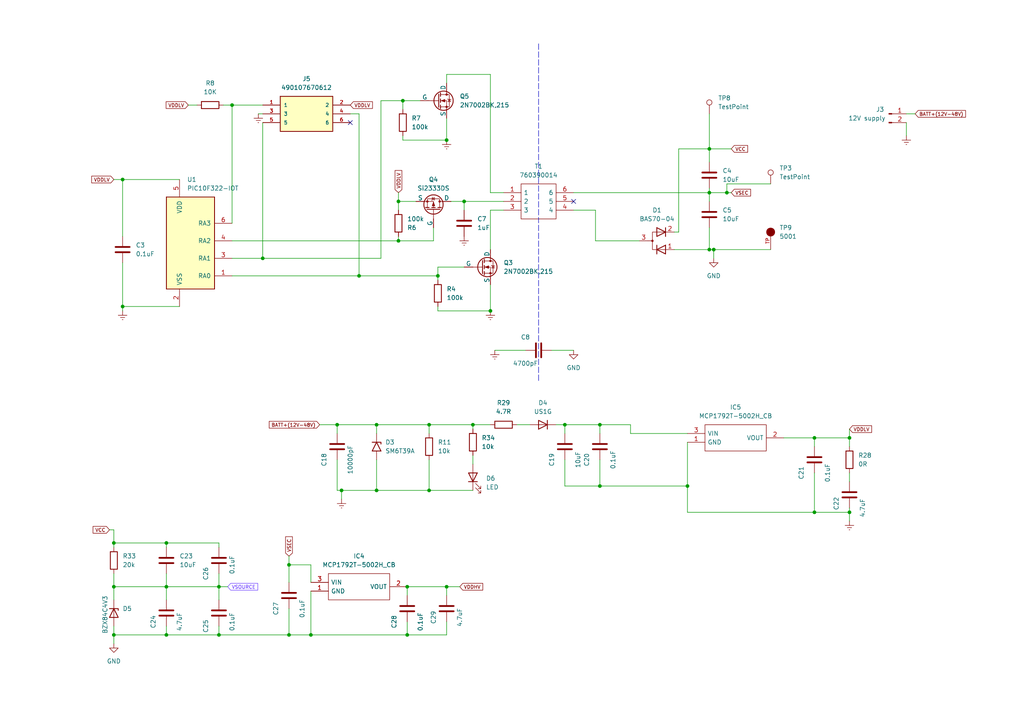
<source format=kicad_sch>
(kicad_sch (version 20230121) (generator eeschema)
  (paper "A4")
  (lib_symbols
    (symbol "490107670612:490107670612" (pin_names (offset 1.016))
      (property "Reference" "J" (at -7.62 6.35 0))
      (property "Value" "490107670612" (at -7.62 -7.62 0))
      (symbol "490107670612_0_0"
        (rectangle (start -7.62 -5.08) (end 7.62 5.08) (stroke (width 0.254)) (fill (type background)))
        (pin passive line (at -12.7 2.54 0) (length 5.08) (name "1") (number "1"))
        (pin passive line (at 12.7 2.54 180) (length 5.08) (name "2") (number "2"))
        (pin passive line (at -12.7 0 0) (length 5.08) (name "3") (number "3"))
        (pin passive line (at 12.7 0 180) (length 5.08) (name "4") (number "4"))
        (pin passive line (at -12.7 -2.54 0) (length 5.08) (name "5") (number "5"))
        (pin passive line (at 12.7 -2.54 180) (length 5.08) (name "6") (number "6"))
      )
    )
    (symbol "5001:5001" (pin_names (offset 1.016))
      (property "Reference" "TP" (at -2.5444 2.5415 0))
      (property "Value" "5001" (at -2.55 -5.0866 0))
      (symbol "5001_0_0"
        (circle (center 0 0) (radius 0.635) (stroke (width 1.27)))
        (pin passive line (at -5.08 0 0) (length 5.08) (name "~") (number "TP"))
      )
    )
    (symbol "760390014:760390014" (pin_names (offset 0.762))
      (property "Reference" "T" (at 16.51 7.62 0))
      (property "Value" "760390014" (at 16.51 5.08 0))
      (symbol "760390014_0_0"
        (pin passive line (at 0 0 0) (length 5.08) (name "1") (number "1"))
        (pin passive line (at 0 -2.54 0) (length 5.08) (name "2") (number "2"))
        (pin passive line (at 0 -5.08 0) (length 5.08) (name "3") (number "3"))
        (pin passive line (at 20.32 -5.08 180) (length 5.08) (name "4") (number "4"))
        (pin passive line (at 20.32 -2.54 180) (length 5.08) (name "5") (number "5"))
        (pin passive line (at 20.32 0 180) (length 5.08) (name "6") (number "6"))
      )
      (symbol "760390014_0_1"
        (polyline (pts (xy 5.08 2.54) (xy 15.24 2.54) (xy 15.24 -7.62) (xy 5.08 -7.62) (xy 5.08 2.54)) (stroke (width 0.1524)))
      )
    )
    (symbol "Connector:Conn_01x02_Pin" (pin_names (offset 1.016) hide)
      (property "Reference" "J" (at 0 2.54 0))
      (property "Value" "Conn_01x02_Pin" (at 0 -5.08 0))
      (symbol "Conn_01x02_Pin_1_1"
        (polyline (pts (xy 1.27 -2.54) (xy 0.8636 -2.54)) (stroke (width 0.1524)))
        (polyline (pts (xy 1.27 0) (xy 0.8636 0)) (stroke (width 0.1524)))
        (rectangle (start 0.8636 -2.413) (end 0 -2.667) (stroke (width 0.1524)) (fill (type outline)))
        (rectangle (start 0.8636 0.127) (end 0 -0.127) (stroke (width 0.1524)) (fill (type outline)))
        (pin passive line (at 5.08 0 180) (length 3.81) (name "Pin_1") (number "1"))
        (pin passive line (at 5.08 -2.54 180) (length 3.81) (name "Pin_2") (number "2"))
      )
    )
    (symbol "Connector:TestPoint" (pin_numbers hide) (pin_names (offset 0.762) hide)
      (property "Reference" "TP" (at 0 6.858 0))
      (property "Value" "TestPoint" (at 0 5.08 0))
      (symbol "TestPoint_0_1"
        (circle (center 0 3.302) (radius 0.762))
      )
      (symbol "TestPoint_1_1"
        (pin passive line (at 0 0 90) (length 2.54) (name "1") (number "1"))
      )
    )
    (symbol "Device:C" (pin_numbers hide) (pin_names (offset 0.254))
      (property "Reference" "C" (at 0.635 2.54 0))
      (property "Value" "C" (at 0.635 -2.54 0))
      (symbol "C_0_1"
        (polyline (pts (xy -2.032 -0.762) (xy 2.032 -0.762)) (stroke (width 0.508)))
        (polyline (pts (xy -2.032 0.762) (xy 2.032 0.762)) (stroke (width 0.508)))
      )
      (symbol "C_1_1"
        (pin passive line (at 0 3.81 270) (length 2.794) (name "~") (number "1"))
        (pin passive line (at 0 -3.81 90) (length 2.794) (name "~") (number "2"))
      )
    )
    (symbol "Device:D_Dual_Series_ACK_Parallel" (pin_names (offset 0.762) hide)
      (property "Reference" "D1" (at 0.0635 8.89 0))
      (property "Value" "BAS70-04" (at 0.0635 6.35 0))
      (symbol "D_Dual_Series_ACK_Parallel_0_0"
        (polyline (pts (xy 0 -1.27) (xy 0 -3.81)) (stroke (width 0.254)))
        (polyline (pts (xy 2.54 3.81) (xy 2.54 1.27)) (stroke (width 0.254)))
      )
      (symbol "D_Dual_Series_ACK_Parallel_0_1"
        (circle (center -1.27 0) (radius 0.254) (fill (type outline)))
        (polyline (pts (xy -1.27 0) (xy -2.54 0)))
        (polyline (pts (xy 2.54 2.54) (xy -1.27 2.54) (xy -1.27 -2.54) (xy 2.54 -2.54)))
        (polyline (pts (xy 0 3.81) (xy 2.54 2.54) (xy 0 1.27) (xy 0 3.81) (xy 0 3.81) (xy 0 3.81)) (stroke (width 0.254)))
        (polyline (pts (xy 2.54 -1.27) (xy 0 -2.54) (xy 2.54 -3.81) (xy 2.54 -1.27) (xy 2.54 -1.27) (xy 2.54 -1.27)) (stroke (width 0.254)))
        (pin passive line (at 5.08 -2.54 180) (length 2.54) (name "K") (number "1"))
      )
      (symbol "D_Dual_Series_ACK_Parallel_1_1"
        (pin passive line (at 5.08 2.54 180) (length 2.54) (name "K") (number "2"))
        (pin passive line (at -5.08 0 0) (length 2.54) (name "A") (number "3"))
      )
    )
    (symbol "Device:D_Zener" (pin_numbers hide) (pin_names (offset 1.016) hide)
      (property "Reference" "D" (at 0 2.54 0))
      (property "Value" "D_Zener" (at 0 -2.54 0))
      (symbol "D_Zener_0_1"
        (polyline (pts (xy 1.27 0) (xy -1.27 0)))
        (polyline (pts (xy -1.27 -1.27) (xy -1.27 1.27) (xy -0.762 1.27)) (stroke (width 0.254)))
        (polyline (pts (xy 1.27 -1.27) (xy 1.27 1.27) (xy -1.27 0) (xy 1.27 -1.27)) (stroke (width 0.254)))
      )
      (symbol "D_Zener_1_1"
        (pin passive line (at -3.81 0 0) (length 2.54) (name "K") (number "1"))
        (pin passive line (at 3.81 0 180) (length 2.54) (name "A") (number "2"))
      )
    )
    (symbol "Device:LED" (pin_numbers hide) (pin_names (offset 1.016) hide)
      (property "Reference" "D" (at 0 2.54 0))
      (property "Value" "LED" (at 0 -2.54 0))
      (symbol "LED_0_1"
        (polyline (pts (xy -1.27 -1.27) (xy -1.27 1.27)) (stroke (width 0.254)))
        (polyline (pts (xy -1.27 0) (xy 1.27 0)))
        (polyline (pts (xy 1.27 -1.27) (xy 1.27 1.27) (xy -1.27 0) (xy 1.27 -1.27)) (stroke (width 0.254)))
        (polyline (pts (xy -3.048 -0.762) (xy -4.572 -2.286) (xy -3.81 -2.286) (xy -4.572 -2.286) (xy -4.572 -1.524)))
        (polyline (pts (xy -1.778 -0.762) (xy -3.302 -2.286) (xy -2.54 -2.286) (xy -3.302 -2.286) (xy -3.302 -1.524)))
      )
      (symbol "LED_1_1"
        (pin passive line (at -3.81 0 0) (length 2.54) (name "K") (number "1"))
        (pin passive line (at 3.81 0 180) (length 2.54) (name "A") (number "2"))
      )
    )
    (symbol "Device:R" (pin_numbers hide) (pin_names (offset 0))
      (property "Reference" "R" (at 2.032 0 90))
      (property "Value" "R" (at 0 0 90))
      (symbol "R_0_1"
        (rectangle (start -1.016 -2.54) (end 1.016 2.54) (stroke (width 0.254)))
      )
      (symbol "R_1_1"
        (pin passive line (at 0 3.81 270) (length 1.27) (name "~") (number "1"))
        (pin passive line (at 0 -3.81 90) (length 1.27) (name "~") (number "2"))
      )
    )
    (symbol "Diode:SM6T39A" (pin_numbers hide) (pin_names (offset 1.016) hide)
      (property "Reference" "D" (at 0 2.54 0))
      (property "Value" "SM6T39A" (at 0 -2.54 0))
      (symbol "SM6T39A_0_1"
        (polyline (pts (xy -0.762 1.27) (xy -1.27 1.27) (xy -1.27 -1.27)) (stroke (width 0.254)))
        (polyline (pts (xy 1.27 1.27) (xy 1.27 -1.27) (xy -1.27 0) (xy 1.27 1.27)) (stroke (width 0.254)))
      )
      (symbol "SM6T39A_1_1"
        (pin passive line (at -3.81 0 0) (length 2.54) (name "A1") (number "1"))
        (pin passive line (at 3.81 0 180) (length 2.54) (name "A2") (number "2"))
      )
    )
    (symbol "Diode:US1G" (pin_numbers hide) (pin_names hide)
      (property "Reference" "D" (at 0 2.54 0))
      (property "Value" "US1G" (at 0 -2.54 0))
      (symbol "US1G_0_1"
        (polyline (pts (xy -1.27 1.27) (xy -1.27 -1.27)) (stroke (width 0.254)))
        (polyline (pts (xy 1.27 0) (xy -1.27 0)))
        (polyline (pts (xy 1.27 1.27) (xy 1.27 -1.27) (xy -1.27 0) (xy 1.27 1.27)) (stroke (width 0.254)))
      )
      (symbol "US1G_1_1"
        (pin passive line (at -3.81 0 0) (length 2.54) (name "K") (number "1"))
        (pin passive line (at 3.81 0 180) (length 2.54) (name "A") (number "2"))
      )
    )
    (symbol "MCP1792T-5002H_CB:MCP1792T-5002H_CB" (pin_names (offset 0.762))
      (property "Reference" "IC4" (at 13.97 7.62 0))
      (property "Value" "MCP1792T-5002H_CB" (at 13.97 5.08 0))
      (symbol "MCP1792T-5002H_CB_0_0"
        (pin passive line (at 0 -2.54 0) (length 5.08) (name "GND") (number "1"))
        (pin passive line (at 27.94 -1.27 180) (length 5.08) (name "VOUT") (number "2"))
        (pin passive line (at 0 0 0) (length 5.08) (name "VIN") (number "3"))
      )
      (symbol "MCP1792T-5002H_CB_0_1"
        (polyline (pts (xy 5.08 2.54) (xy 22.86 2.54) (xy 22.86 -5.08) (xy 5.08 -5.08) (xy 5.08 2.54)) (stroke (width 0.1524)))
      )
    )
    (symbol "MCU_Microchip_PIC10:PIC10F322-IOT" (pin_names (offset 1.016))
      (property "Reference" "U1" (at 2.1941 15.24 0))
      (property "Value" "PIC10F322-IOT" (at 2.1941 12.7 0))
      (symbol "PIC10F322-IOT_0_1"
        (rectangle (start -3.81 10.16) (end 10.16 -16.51) (stroke (width 0.254)) (fill (type background)))
      )
      (symbol "PIC10F322-IOT_1_1"
        (pin bidirectional line (at 15.24 -12.7 180) (length 5.08) (name "RA0") (number "1"))
        (pin power_in line (at 0 -21.59 90) (length 5.08) (name "VSS") (number "2"))
        (pin bidirectional line (at 15.24 -7.62 180) (length 5.08) (name "RA1") (number "3"))
        (pin bidirectional line (at 15.24 -2.54 180) (length 5.08) (name "RA2") (number "4"))
        (pin power_in line (at 0 15.24 270) (length 5.08) (name "VDD") (number "5"))
        (pin input line (at 15.24 2.54 180) (length 5.08) (name "RA3") (number "6"))
      )
    )
    (symbol "NMOS_1" (pin_numbers hide) (pin_names (offset 0))
      (property "Reference" "Q5" (at 6.35 1.27 0))
      (property "Value" "2N7002BK,215" (at 6.35 -1.27 0))
      (symbol "NMOS_1_0_1"
        (polyline (pts (xy 0.254 0) (xy -2.54 0)))
        (polyline (pts (xy 0.254 1.905) (xy 0.254 -1.905)) (stroke (width 0.254)))
        (polyline (pts (xy 0.762 -1.27) (xy 0.762 -2.286)) (stroke (width 0.254)))
        (polyline (pts (xy 0.762 0.508) (xy 0.762 -0.508)) (stroke (width 0.254)))
        (polyline (pts (xy 0.762 2.286) (xy 0.762 1.27)) (stroke (width 0.254)))
        (polyline (pts (xy 2.54 2.54) (xy 2.54 1.778)))
        (polyline (pts (xy 2.54 -2.54) (xy 2.54 0) (xy 0.762 0)))
        (polyline (pts (xy 0.762 -1.778) (xy 3.302 -1.778) (xy 3.302 1.778) (xy 0.762 1.778)))
        (polyline (pts (xy 1.016 0) (xy 2.032 0.381) (xy 2.032 -0.381) (xy 1.016 0)) (fill (type outline)))
        (polyline (pts (xy 2.794 0.508) (xy 2.921 0.381) (xy 3.683 0.381) (xy 3.81 0.254)))
        (polyline (pts (xy 3.302 0.381) (xy 2.921 -0.254) (xy 3.683 -0.254) (xy 3.302 0.381)))
        (circle (center 1.651 0) (radius 2.794) (stroke (width 0.254)))
        (circle (center 2.54 -1.778) (radius 0.254) (fill (type outline)))
        (circle (center 2.54 1.778) (radius 0.254) (fill (type outline)))
      )
      (symbol "NMOS_1_1_1"
        (pin input line (at -5.08 0 0) (length 2.54) (name "G") (number "1"))
        (pin passive line (at 2.54 -5.08 90) (length 2.54) (name "S") (number "2"))
        (pin passive line (at 2.54 5.08 270) (length 2.54) (name "D") (number "3"))
      )
    )
    (symbol "Simulation_SPICE:PMOS" (pin_numbers hide) (pin_names (offset 0))
      (property "Reference" "Q4" (at 8.89 0 90))
      (property "Value" "Si2333DS" (at 6.35 0 90))
      (symbol "PMOS_0_1"
        (polyline (pts (xy 0.254 0) (xy -2.54 0)))
        (polyline (pts (xy 0.254 1.905) (xy 0.254 -1.905)) (stroke (width 0.254)))
        (polyline (pts (xy 0.762 -1.27) (xy 0.762 -2.286)) (stroke (width 0.254)))
        (polyline (pts (xy 0.762 0.508) (xy 0.762 -0.508)) (stroke (width 0.254)))
        (polyline (pts (xy 0.762 2.286) (xy 0.762 1.27)) (stroke (width 0.254)))
        (polyline (pts (xy 2.54 2.54) (xy 2.54 1.778)))
        (polyline (pts (xy 2.54 -2.54) (xy 2.54 0) (xy 0.762 0)))
        (polyline (pts (xy 0.762 1.778) (xy 3.302 1.778) (xy 3.302 -1.778) (xy 0.762 -1.778)))
        (polyline (pts (xy 2.286 0) (xy 1.27 0.381) (xy 1.27 -0.381) (xy 2.286 0)) (fill (type outline)))
        (polyline (pts (xy 2.794 -0.508) (xy 2.921 -0.381) (xy 3.683 -0.381) (xy 3.81 -0.254)))
        (polyline (pts (xy 3.302 -0.381) (xy 2.921 0.254) (xy 3.683 0.254) (xy 3.302 -0.381)))
        (circle (center 1.651 0) (radius 2.794) (stroke (width 0.254)))
        (circle (center 2.54 -1.778) (radius 0.254) (fill (type outline)))
        (circle (center 2.54 1.778) (radius 0.254) (fill (type outline)))
      )
      (symbol "PMOS_1_1"
        (pin input line (at -5.08 0 0) (length 2.54) (name "G") (number "1"))
        (pin passive line (at 2.54 -5.08 90) (length 2.54) (name "S") (number "2"))
        (pin passive line (at 2.54 5.08 270) (length 2.54) (name "D") (number "3"))
      )
    )
    (symbol "power:Earth" (power) (pin_names (offset 0))
      (symbol "Earth_0_1"
        (polyline (pts (xy -0.635 -1.905) (xy 0.635 -1.905)))
        (polyline (pts (xy -0.127 -2.54) (xy 0.127 -2.54)))
        (polyline (pts (xy 0 -1.27) (xy 0 0)))
        (polyline (pts (xy 1.27 -1.27) (xy -1.27 -1.27)))
      )
      (symbol "Earth_1_1"
        (pin power_in line (at 0 0 270) (length 0) hide (name "Earth") (number "1"))
      )
    )
    (symbol "power:GND" (power) (pin_names (offset 0))
      (property "Value" "GND" (at 0 -3.81 0))
      (symbol "GND_0_1"
        (polyline (pts (xy 0 0) (xy 0 -1.27) (xy 1.27 -1.27) (xy 0 -2.54) (xy -1.27 -1.27) (xy 0 -1.27)))
      )
      (symbol "GND_1_1"
        (pin power_in line (at 0 0 270) (length 0) hide (name "GND") (number "1"))
      )
    )
  )
  (junction (at 127 80.01))
  (junction (at 124.46 123.19))
  (junction (at 163.83 123.19))
  (junction (at 173.99 123.19))
  (junction (at 33.02 170.18))
  (junction (at 35.56 88.9))
  (junction (at 205.74 72.39))
  (junction (at 63.5 170.18))
  (junction (at 173.99 140.97))
  (junction (at 124.46 142.24))
  (junction (at 90.17 184.15))
  (junction (at 246.38 148.59))
  (junction (at 63.5 184.15))
  (junction (at 109.22 123.19))
  (junction (at 129.54 40.64))
  (junction (at 48.26 184.15))
  (junction (at 33.02 157.48))
  (junction (at 104.14 80.01))
  (junction (at 142.24 90.17))
  (junction (at 118.11 184.15))
  (junction (at 246.38 127))
  (junction (at 116.84 29.21))
  (junction (at 97.79 123.19))
  (junction (at 83.82 163.83))
  (junction (at 199.39 140.97))
  (junction (at 137.16 123.19))
  (junction (at 205.74 55.88))
  (junction (at 67.31 30.48))
  (junction (at 129.54 170.18))
  (junction (at 210.82 55.88))
  (junction (at 134.62 58.42))
  (junction (at 115.57 58.42))
  (junction (at 207.01 72.39))
  (junction (at 99.06 142.24))
  (junction (at 33.02 184.15))
  (junction (at 205.74 43.18))
  (junction (at 35.56 52.07))
  (junction (at 118.11 170.18))
  (junction (at 236.22 148.59))
  (junction (at 48.26 157.48))
  (junction (at 83.82 184.15))
  (junction (at 76.2 74.93))
  (junction (at 115.57 69.85))
  (junction (at 236.22 127))
  (junction (at 48.26 170.18))
  (junction (at 109.22 142.24))
  (no_connect (at 101.6 35.56))
  (no_connect (at 166.37 58.42))
  (wire (pts (xy 116.84 39.37) (xy 116.84 40.64)))
  (wire (pts (xy 196.85 43.18) (xy 205.74 43.18)))
  (wire (pts (xy 163.83 123.19) (xy 163.83 125.73)))
  (wire (pts (xy 262.89 39.37) (xy 262.89 35.56)))
  (wire (pts (xy 33.02 158.75) (xy 33.02 157.48)))
  (wire (pts (xy 166.37 55.88) (xy 205.74 55.88)))
  (wire (pts (xy 236.22 137.16) (xy 236.22 148.59)))
  (wire (pts (xy 83.82 176.53) (xy 83.82 184.15)))
  (wire (pts (xy 210.82 53.34) (xy 210.82 55.88)))
  (wire (pts (xy 104.14 33.02) (xy 104.14 80.01)))
  (wire (pts (xy 185.42 69.85) (xy 172.72 69.85)))
  (wire (pts (xy 205.74 43.18) (xy 205.74 46.99)))
  (wire (pts (xy 142.24 82.55) (xy 142.24 90.17)))
  (wire (pts (xy 97.79 142.24) (xy 97.79 133.35)))
  (wire (pts (xy 35.56 68.58) (xy 35.56 52.07)))
  (wire (pts (xy 90.17 163.83) (xy 90.17 168.91)))
  (wire (pts (xy 83.82 161.29) (xy 83.82 163.83)))
  (wire (pts (xy 196.85 67.31) (xy 196.85 43.18)))
  (wire (pts (xy 125.73 69.85) (xy 125.73 66.04)))
  (wire (pts (xy 33.02 181.61) (xy 33.02 184.15)))
  (wire (pts (xy 115.57 60.96) (xy 115.57 58.42)))
  (wire (pts (xy 236.22 127) (xy 236.22 129.54)))
  (wire (pts (xy 124.46 123.19) (xy 137.16 123.19)))
  (wire (pts (xy 163.83 133.35) (xy 163.83 140.97)))
  (wire (pts (xy 57.15 30.48) (xy 54.61 30.48)))
  (wire (pts (xy 63.5 166.37) (xy 63.5 170.18)))
  (wire (pts (xy 182.88 123.19) (xy 182.88 125.73)))
  (wire (pts (xy 137.16 134.62) (xy 137.16 132.08)))
  (wire (pts (xy 127 80.01) (xy 127 81.28)))
  (wire (pts (xy 134.62 60.96) (xy 134.62 58.42)))
  (wire (pts (xy 205.74 33.02) (xy 205.74 43.18)))
  (wire (pts (xy 33.02 153.67) (xy 33.02 157.48)))
  (wire (pts (xy 33.02 157.48) (xy 48.26 157.48)))
  (wire (pts (xy 31.75 153.67) (xy 33.02 153.67)))
  (wire (pts (xy 236.22 127) (xy 246.38 127)))
  (wire (pts (xy 129.54 24.13) (xy 129.54 21.59)))
  (wire (pts (xy 118.11 184.15) (xy 90.17 184.15)))
  (wire (pts (xy 48.26 170.18) (xy 48.26 173.99)))
  (wire (pts (xy 246.38 127) (xy 246.38 129.54)))
  (wire (pts (xy 130.81 58.42) (xy 134.62 58.42)))
  (wire (pts (xy 129.54 170.18) (xy 133.35 170.18)))
  (wire (pts (xy 129.54 21.59) (xy 142.24 21.59)))
  (wire (pts (xy 109.22 123.19) (xy 124.46 123.19)))
  (wire (pts (xy 67.31 64.77) (xy 67.31 30.48)))
  (wire (pts (xy 83.82 163.83) (xy 90.17 163.83)))
  (wire (pts (xy 121.92 29.21) (xy 116.84 29.21)))
  (wire (pts (xy 199.39 148.59) (xy 236.22 148.59)))
  (wire (pts (xy 246.38 124.46) (xy 246.38 127)))
  (wire (pts (xy 182.88 125.73) (xy 199.39 125.73)))
  (wire (pts (xy 48.26 157.48) (xy 63.5 157.48)))
  (wire (pts (xy 163.83 123.19) (xy 161.29 123.19)))
  (wire (pts (xy 137.16 123.19) (xy 142.24 123.19)))
  (wire (pts (xy 90.17 171.45) (xy 90.17 184.15)))
  (wire (pts (xy 142.24 55.88) (xy 146.05 55.88)))
  (wire (pts (xy 35.56 76.2) (xy 35.56 88.9)))
  (wire (pts (xy 124.46 142.24) (xy 137.16 142.24)))
  (wire (pts (xy 66.04 170.18) (xy 63.5 170.18)))
  (wire (pts (xy 33.02 52.07) (xy 35.56 52.07)))
  (wire (pts (xy 110.49 29.21) (xy 116.84 29.21)))
  (wire (pts (xy 33.02 170.18) (xy 48.26 170.18)))
  (wire (pts (xy 182.88 123.19) (xy 173.99 123.19)))
  (wire (pts (xy 205.74 72.39) (xy 205.74 66.04)))
  (wire (pts (xy 35.56 90.17) (xy 35.56 88.9)))
  (wire (pts (xy 90.17 184.15) (xy 83.82 184.15)))
  (wire (pts (xy 35.56 88.9) (xy 52.07 88.9)))
  (wire (pts (xy 163.83 140.97) (xy 173.99 140.97)))
  (wire (pts (xy 223.52 72.39) (xy 207.01 72.39)))
  (wire (pts (xy 67.31 80.01) (xy 104.14 80.01)))
  (wire (pts (xy 129.54 170.18) (xy 129.54 172.72)))
  (wire (pts (xy 109.22 142.24) (xy 109.22 133.35)))
  (wire (pts (xy 195.58 67.31) (xy 196.85 67.31)))
  (wire (pts (xy 115.57 55.88) (xy 115.57 58.42)))
  (wire (pts (xy 33.02 166.37) (xy 33.02 170.18)))
  (wire (pts (xy 137.16 124.46) (xy 137.16 123.19)))
  (wire (pts (xy 83.82 184.15) (xy 63.5 184.15)))
  (wire (pts (xy 223.52 53.34) (xy 210.82 53.34)))
  (wire (pts (xy 173.99 123.19) (xy 173.99 125.73)))
  (wire (pts (xy 97.79 123.19) (xy 97.79 125.73)))
  (wire (pts (xy 134.62 58.42) (xy 146.05 58.42)))
  (wire (pts (xy 142.24 21.59) (xy 142.24 55.88)))
  (wire (pts (xy 246.38 151.13) (xy 246.38 148.59)))
  (wire (pts (xy 210.82 55.88) (xy 212.09 55.88)))
  (wire (pts (xy 110.49 29.21) (xy 110.49 74.93)))
  (wire (pts (xy 99.06 142.24) (xy 109.22 142.24)))
  (wire (pts (xy 74.93 33.02) (xy 76.2 33.02)))
  (wire (pts (xy 67.31 74.93) (xy 76.2 74.93)))
  (wire (pts (xy 166.37 101.6) (xy 160.02 101.6)))
  (wire (pts (xy 236.22 148.59) (xy 246.38 148.59)))
  (wire (pts (xy 129.54 40.64) (xy 129.54 34.29)))
  (wire (pts (xy 35.56 52.07) (xy 52.07 52.07)))
  (wire (pts (xy 97.79 142.24) (xy 99.06 142.24)))
  (wire (pts (xy 83.82 163.83) (xy 83.82 168.91)))
  (wire (pts (xy 142.24 60.96) (xy 146.05 60.96)))
  (wire (pts (xy 76.2 74.93) (xy 110.49 74.93)))
  (wire (pts (xy 173.99 133.35) (xy 173.99 140.97)))
  (wire (pts (xy 99.06 142.24) (xy 99.06 144.78)))
  (wire (pts (xy 227.33 127) (xy 236.22 127)))
  (wire (pts (xy 173.99 140.97) (xy 199.39 140.97)))
  (wire (pts (xy 199.39 140.97) (xy 199.39 148.59)))
  (wire (pts (xy 63.5 170.18) (xy 63.5 173.99)))
  (wire (pts (xy 33.02 186.69) (xy 33.02 184.15)))
  (wire (pts (xy 101.6 33.02) (xy 104.14 33.02)))
  (wire (pts (xy 199.39 128.27) (xy 199.39 140.97)))
  (wire (pts (xy 124.46 123.19) (xy 124.46 125.73)))
  (wire (pts (xy 210.82 55.88) (xy 205.74 55.88)))
  (wire (pts (xy 92.71 123.19) (xy 97.79 123.19)))
  (wire (pts (xy 118.11 172.72) (xy 118.11 170.18)))
  (wire (pts (xy 246.38 137.16) (xy 246.38 139.7)))
  (wire (pts (xy 129.54 170.18) (xy 118.11 170.18)))
  (wire (pts (xy 143.51 101.6) (xy 152.4 101.6)))
  (wire (pts (xy 129.54 184.15) (xy 118.11 184.15)))
  (wire (pts (xy 207.01 74.93) (xy 207.01 72.39)))
  (wire (pts (xy 109.22 142.24) (xy 124.46 142.24)))
  (wire (pts (xy 115.57 58.42) (xy 120.65 58.42)))
  (wire (pts (xy 109.22 123.19) (xy 109.22 125.73)))
  (wire (pts (xy 127 77.47) (xy 127 80.01)))
  (wire (pts (xy 142.24 60.96) (xy 142.24 72.39)))
  (wire (pts (xy 124.46 142.24) (xy 124.46 133.35)))
  (wire (pts (xy 48.26 166.37) (xy 48.26 170.18)))
  (wire (pts (xy 116.84 29.21) (xy 116.84 31.75)))
  (wire (pts (xy 166.37 60.96) (xy 172.72 60.96)))
  (wire (pts (xy 67.31 69.85) (xy 115.57 69.85)))
  (wire (pts (xy 195.58 72.39) (xy 205.74 72.39)))
  (polyline (pts (xy 156.21 12.7) (xy 156.21 110.49)) (stroke (width 0) (type dash)))
  (wire (pts (xy 172.72 69.85) (xy 172.72 60.96)))
  (wire (pts (xy 127 77.47) (xy 134.62 77.47)))
  (wire (pts (xy 129.54 180.34) (xy 129.54 184.15)))
  (wire (pts (xy 63.5 157.48) (xy 63.5 158.75)))
  (wire (pts (xy 48.26 181.61) (xy 48.26 184.15)))
  (wire (pts (xy 118.11 180.34) (xy 118.11 184.15)))
  (wire (pts (xy 115.57 69.85) (xy 125.73 69.85)))
  (wire (pts (xy 33.02 170.18) (xy 33.02 173.99)))
  (wire (pts (xy 246.38 148.59) (xy 246.38 147.32)))
  (wire (pts (xy 48.26 170.18) (xy 63.5 170.18)))
  (wire (pts (xy 76.2 35.56) (xy 76.2 74.93)))
  (wire (pts (xy 265.43 33.02) (xy 262.89 33.02)))
  (wire (pts (xy 173.99 123.19) (xy 163.83 123.19)))
  (wire (pts (xy 205.74 43.18) (xy 212.09 43.18)))
  (wire (pts (xy 115.57 68.58) (xy 115.57 69.85)))
  (wire (pts (xy 129.54 40.64) (xy 116.84 40.64)))
  (wire (pts (xy 97.79 123.19) (xy 109.22 123.19)))
  (wire (pts (xy 48.26 184.15) (xy 63.5 184.15)))
  (wire (pts (xy 104.14 80.01) (xy 127 80.01)))
  (wire (pts (xy 153.67 123.19) (xy 149.86 123.19)))
  (wire (pts (xy 142.24 90.17) (xy 127 90.17)))
  (wire (pts (xy 33.02 184.15) (xy 48.26 184.15)))
  (wire (pts (xy 205.74 72.39) (xy 207.01 72.39)))
  (wire (pts (xy 63.5 184.15) (xy 63.5 181.61)))
  (wire (pts (xy 127 90.17) (xy 127 88.9)))
  (wire (pts (xy 64.77 30.48) (xy 67.31 30.48)))
  (wire (pts (xy 67.31 30.48) (xy 76.2 30.48)))
  (wire (pts (xy 205.74 55.88) (xy 205.74 58.42)))
  (wire (pts (xy 205.74 54.61) (xy 205.74 55.88)))
  (wire (pts (xy 48.26 158.75) (xy 48.26 157.48)))
  (global_label "VDDLV" (shape input) (at 33.02 52.07 180) (effects (font (size 1 1))) (property "Intersheetrefs" "${INTERSHEET_REFS}" (effects hide)))
  (global_label "VDDLV" (shape input) (at 54.61 30.48 180) (effects (font (size 1 1))) (property "Intersheetrefs" "${INTERSHEET_REFS}" (effects hide)))
  (global_label "VDDLV" (shape input) (at 115.57 55.88 90) (effects (font (size 1 1))) (property "Intersheetrefs" "${INTERSHEET_REFS}" (effects hide)))
  (global_label "VSOURCE" (shape input) (at 66.04 170.18 0) (effects (font (size 1 1))) (property "Intersheetrefs" "${INTERSHEET_REFS}" (effects hide)))
  (global_label "VCC" (shape input) (at 31.75 153.67 180) (effects (font (size 1 1))) (property "Intersheetrefs" "${INTERSHEET_REFS}" (effects hide)))
  (global_label "BATT+(12V-48V)" (shape input) (at 92.71 123.19 180) (effects (font (size 1 1))) (property "Intersheetrefs" "${INTERSHEET_REFS}" (effects hide)))
  (global_label "VDDLV" (shape input) (at 101.6 30.48 0) (effects (font (size 1 1))) (property "Intersheetrefs" "${INTERSHEET_REFS}" (effects hide)))
  (global_label "VDDLV" (shape input) (at 246.38 124.46 0) (effects (font (size 1 1))) (property "Intersheetrefs" "${INTERSHEET_REFS}" (effects hide)))
  (global_label "VSEC" (shape input) (at 83.82 161.29 90) (effects (font (size 1 1))) (property "Intersheetrefs" "${INTERSHEET_REFS}" (effects hide)))
  (global_label "VCC" (shape input) (at 212.09 43.18 0) (effects (font (size 1 1))) (property "Intersheetrefs" "${INTERSHEET_REFS}" (effects hide)))
  (global_label "VSEC" (shape input) (at 212.09 55.88 0) (effects (font (size 1 1))) (property "Intersheetrefs" "${INTERSHEET_REFS}" (effects hide)))
  (global_label "BATT+(12V-48V)" (shape input) (at 265.43 33.02 0) (effects (font (size 1 1))) (property "Intersheetrefs" "${INTERSHEET_REFS}" (effects hide)))
  (global_label "VDDHV" (shape input) (at 133.35 170.18 0) (effects (font (size 1 1))) (property "Intersheetrefs" "${INTERSHEET_REFS}" (effects hide)))
  (symbol (lib_id "power:Earth") (at 134.62 68.58 0) (unit 1)
    (property "Reference" "#PWR014" (effects hide))
    (property "Value" "Earth" (effects hide))
  )
  (symbol (lib_id "MCU_Microchip_PIC10:PIC10F322-IOT") (at 52.07 67.31 0) (unit 1)
    (property "Reference" "U1" (at 54.2641 52.07 0) (effects (justify left)))
    (property "Value" "PIC10F322-IOT" (at 54.2641 54.61 0) (effects (justify left)))
    (property "Footprint" "Package_TO_SOT_SMD:SOT-23-6" (effects hide))
    (property "Datasheet" "http://ww1.microchip.com/downloads/en/DeviceDoc/41585A.pdf" (effects hide))
  )
  (symbol (lib_id "Device:C") (at 156.21 101.6 90) (unit 1)
    (property "Reference" "C8" (at 152.4 97.79 90))
    (property "Value" "4700pF" (at 152.4 105.41 90))
    (property "Footprint" "Capacitor_SMD:C_1812_4532Metric" (effects hide))
  )
  (symbol (lib_id "Device:LED") (at 137.16 138.43 90) (unit 1)
    (property "Reference" "D6" (at 140.97 138.7475 90) (effects (justify right)))
    (property "Value" "LED" (at 140.97 141.2875 90) (effects (justify right)))
    (property "Footprint" "LED_SMD:LED_0805_2012Metric" (effects hide))
  )
  (symbol (lib_id "power:GND") (at 207.01 74.93 0) (unit 1)
    (property "Reference" "#PWR017" (effects hide))
    (property "Value" "GND" (at 207.01 80.01 0))
  )
  (symbol (lib_id "Connector:Conn_01x02_Pin") (at 257.81 33.02 0) (unit 1)
    (property "Reference" "J3" (at 255.27 31.75 0))
    (property "Value" "12V supply" (at 251.46 34.29 0))
    (property "Footprint" "TerminalBlock_Phoenix:TerminalBlock_Phoenix_MKDS-1,5-2_1x02_P5.00mm_Horizontal" (effects hide))
  )
  (symbol (lib_id "power:GND") (at 166.37 101.6 0) (unit 1)
    (property "Reference" "#PWR016" (effects hide))
    (property "Value" "GND" (at 166.37 106.68 0))
  )
  (symbol (lib_id "Device:C") (at 83.82 172.72 180) (unit 1)
    (property "Reference" "C27" (at 80.01 176.53 90))
    (property "Value" "0.1uF" (at 87.63 176.53 90))
    (property "Footprint" "Capacitor_SMD:C_0805_2012Metric" (effects hide))
  )
  (symbol (lib_id "Device:C") (at 48.26 162.56 0) (unit 1)
    (property "Reference" "C23" (at 52.07 161.29 0) (effects (justify left)))
    (property "Value" "10uF" (at 52.07 163.83 0) (effects (justify left)))
    (property "Footprint" "Capacitor_SMD:C_0805_2012Metric" (effects hide))
  )
  (symbol (lib_id "Device:C") (at 173.99 129.54 180) (unit 1)
    (property "Reference" "C20" (at 170.18 133.35 90))
    (property "Value" "0.1uF" (at 177.8 133.35 90))
    (property "Footprint" "Capacitor_SMD:C_0805_2012Metric" (effects hide))
  )
  (symbol (lib_id "power:Earth") (at 99.06 144.78 0) (unit 1)
    (property "Reference" "#PWR030" (effects hide))
    (property "Value" "Earth" (effects hide))
  )
  (symbol (lib_id "Device:C") (at 163.83 129.54 180) (unit 1)
    (property "Reference" "C19" (at 160.02 133.35 90))
    (property "Value" "10uF" (at 167.64 133.35 90))
    (property "Footprint" "Capacitor_SMD:C_0805_2012Metric" (effects hide))
  )
  (symbol (lib_id "Device:C") (at 63.5 162.56 180) (unit 1)
    (property "Reference" "C26" (at 59.69 166.37 90))
    (property "Value" "0.1uF" (at 67.31 163.83 90))
    (property "Footprint" "Capacitor_SMD:C_0805_2012Metric" (effects hide))
  )
  (symbol (lib_id "Device:C") (at 97.79 129.54 180) (unit 1)
    (property "Reference" "C18" (at 93.98 133.35 90))
    (property "Value" "10000pF" (at 101.6 133.35 90))
    (property "Footprint" "Capacitor_SMD:C_0805_2012Metric" (effects hide))
  )
  (symbol (lib_id "Device:C") (at 129.54 176.53 180) (unit 1)
    (property "Reference" "C29" (at 125.73 179.07 90))
    (property "Value" "4.7uF" (at 133.35 179.07 90))
    (property "Footprint" "Capacitor_SMD:C_1206_3216Metric" (effects hide))
  )
  (symbol (lib_id "Connector:TestPoint") (at 205.74 33.02 0) (unit 1)
    (property "Reference" "TP8" (at 208.28 28.448 0) (effects (justify left)))
    (property "Value" "TestPoint" (at 208.28 30.988 0) (effects (justify left)))
    (property "Footprint" "TestPoint:TestPoint_Pad_D1.0mm" (effects hide))
  )
  (symbol (lib_name "NMOS_1") (lib_id "Simulation_SPICE:NMOS") (at 139.7 77.47 0) (unit 1)
    (property "Reference" "Q3" (at 146.05 76.2 0) (effects (justify left)))
    (property "Value" "2N7002BK,215" (at 146.05 78.74 0) (effects (justify left)))
    (property "Footprint" "Package_TO_SOT_SMD:SOT-23" (effects hide))
    (property "Datasheet" "https://ngspice.sourceforge.io/docs/ngspice-manual.pdf" (effects hide))
    (property "Sim.Device" "NMOS" (effects hide))
    (property "Sim.Type" "VDMOS" (effects hide))
    (property "Sim.Pins" "1=G 2=S 3=D" (effects hide))
  )
  (symbol (lib_id "Device:C") (at 134.62 64.77 0) (unit 1)
    (property "Reference" "C7" (at 138.43 63.5 0) (effects (justify left)))
    (property "Value" "1uF" (at 138.43 66.04 0) (effects (justify left)))
    (property "Footprint" "Capacitor_SMD:C_0805_2012Metric" (effects hide))
  )
  (symbol (lib_id "power:Earth") (at 74.93 33.02 0) (unit 1)
    (property "Reference" "#PWR07" (effects hide))
    (property "Value" "Earth" (effects hide))
  )
  (symbol (lib_id "MCP1792T-5002H_CB:MCP1792T-5002H_CB") (at 90.17 168.91 0) (unit 1)
    (property "Reference" "IC4" (at 104.14 161.29 0))
    (property "Value" "MCP1792T-5002H_CB" (at 104.14 163.83 0))
    (property "Footprint" "MCP1792T-5002H_CB:SOT95P255X145-3N" (effects hide))
    (property "Datasheet" "https://componentsearchengine.com/Datasheets/1/MCP1792T-5002H_CB.pdf" (effects hide))
    (property "Description" "LDO Voltage Regulators High input voltage regulator 5.0 V 3Ld SOT-23A TR" (effects hide))
    (property "Height" "1.45" (effects hide))
    (property "Manufacturer_Name" "Microchip" (effects hide))
    (property "Manufacturer_Part_Number" "MCP1792T-5002H/CB" (effects hide))
    (property "Mouser Part Number" "579-MCP1792T-5002HCB" (effects hide))
    (property "Mouser Price/Stock" "https://www.mouser.co.uk/ProductDetail/Microchip-Technology/MCP1792T-5002H-CB?qs=mAH9sUMRCtuAXaaRege0yg%3D%3D" (effects hide))
    (property "Arrow Part Number" "MCP1792T-5002H/CB" (effects hide))
    (property "Arrow Price/Stock" "https://www.arrow.com/en/products/mcp1792t-5002hcb/microchip-technology?region=nac" (effects hide))
  )
  (symbol (lib_id "Diode:SM6T39A") (at 109.22 129.54 270) (unit 1)
    (property "Reference" "D3" (at 111.76 128.27 90) (effects (justify left)))
    (property "Value" "SM6T39A" (at 111.76 130.81 90) (effects (justify left)))
    (property "Footprint" "Diode_SMD:D_SMB" (effects hide))
    (property "Datasheet" "https://www.st.com/resource/en/datasheet/sm6t.pdf" (effects hide))
  )
  (symbol (lib_id "power:GND") (at 33.02 186.69 0) (unit 1)
    (property "Reference" "#PWR034" (effects hide))
    (property "Value" "GND" (at 33.02 191.77 0))
  )
  (symbol (lib_id "power:Earth") (at 246.38 151.13 0) (unit 1)
    (property "Reference" "#PWR029" (effects hide))
    (property "Value" "Earth" (effects hide))
  )
  (symbol (lib_id "760390014:760390014") (at 146.05 55.88 0) (unit 1)
    (property "Reference" "T1" (at 156.21 48.26 0))
    (property "Value" "760390014" (at 156.21 50.8 0))
    (property "Footprint" "push pull Transformer:760390015" (effects hide))
    (property "Datasheet" "http://katalog.we-online.de/ctm/datasheet/760390014.pdf" (effects hide))
    (property "Description" "Audio Transformers / Signal Transformers MID-SN6501 TI Driver Toroid .475mH 5VDC" (effects hide))
    (property "Manufacturer_Name" "Wurth Elektronik" (effects hide))
    (property "Manufacturer_Part_Number" "760390014" (effects hide))
    (property "Mouser Part Number" "710-760390014" (effects hide))
    (property "Mouser Price/Stock" "https://www.mouser.co.uk/ProductDetail/Wurth-Elektronik/760390014?qs=wElim4iM2pgaRMAKec%2FMSQ%3D%3D" (effects hide))
  )
  (symbol (lib_id "power:Earth") (at 262.89 39.37 0) (unit 1)
    (property "Reference" "#PWR031" (effects hide))
    (property "Value" "Earth" (effects hide))
  )
  (symbol (lib_id "Device:C") (at 118.11 176.53 180) (unit 1)
    (property "Reference" "C28" (at 114.3 180.34 90))
    (property "Value" "0.1uF" (at 121.92 180.34 90))
    (property "Footprint" "Capacitor_SMD:C_0805_2012Metric" (effects hide))
  )
  (symbol (lib_id "Device:C") (at 205.74 62.23 0) (unit 1)
    (property "Reference" "C5" (at 209.55 60.96 0) (effects (justify left)))
    (property "Value" "10uF" (at 209.55 63.5 0) (effects (justify left)))
    (property "Footprint" "Capacitor_SMD:C_1206_3216Metric" (effects hide))
  )
  (symbol (lib_id "Device:D_Zener") (at 33.02 177.8 270) (unit 1)
    (property "Reference" "D5" (at 35.56 176.53 90) (effects (justify left)))
    (property "Value" "BZX84C4V3" (at 30.48 172.72 0) (effects (justify left)))
    (property "Footprint" "Package_TO_SOT_SMD:SOT-23" (effects hide))
  )
  (symbol (lib_id "Device:D_Dual_Series_ACK_Parallel") (at 190.5 69.85 0) (unit 1)
    (property "Reference" "D1" (at 190.5635 60.96 0))
    (property "Value" "BAS70-04" (at 190.5635 63.5 0))
    (property "Footprint" "Package_TO_SOT_SMD:SOT-23-3" (effects hide))
  )
  (symbol (lib_id "Device:R") (at 127 85.09 0) (unit 1)
    (property "Reference" "R4" (at 129.54 83.82 0) (effects (justify left)))
    (property "Value" "100k" (at 129.54 86.36 0) (effects (justify left)))
    (property "Footprint" "Resistor_SMD:R_0805_2012Metric" (effects hide))
  )
  (symbol (lib_id "Device:R") (at 246.38 133.35 0) (unit 1)
    (property "Reference" "R28" (at 248.92 132.08 0) (effects (justify left)))
    (property "Value" "0R" (at 248.92 134.62 0) (effects (justify left)))
    (property "Footprint" "Resistor_SMD:R_0805_2012Metric" (effects hide))
  )
  (symbol (lib_id "Device:R") (at 60.96 30.48 90) (unit 1)
    (property "Reference" "R8" (at 60.96 24.13 90))
    (property "Value" "10K" (at 60.96 26.67 90))
    (property "Footprint" "Resistor_SMD:R_0805_2012Metric" (effects hide))
  )
  (symbol (lib_id "power:Earth") (at 35.56 90.17 0) (unit 1)
    (property "Reference" "#PWR03" (effects hide))
    (property "Value" "Earth" (effects hide))
  )
  (symbol (lib_id "Device:R") (at 115.57 64.77 0) (mirror x) (unit 1)
    (property "Reference" "R6" (at 118.11 66.04 0) (effects (justify left)))
    (property "Value" "100k" (at 118.11 63.5 0) (effects (justify left)))
    (property "Footprint" "Resistor_SMD:R_0805_2012Metric" (effects hide))
  )
  (symbol (lib_id "490107670612:490107670612") (at 88.9 33.02 0) (unit 1)
    (property "Reference" "J5" (at 88.9 22.86 0))
    (property "Value" "490107670612" (at 88.9 25.4 0))
    (property "Footprint" "490107670612:WURTH_490107670612" (effects hide))
    (property "PARTREV" "002.003" (effects hide))
    (property "STANDARD" "Manufacturer Recommendations" (effects hide))
    (property "MAXIMUM_PACKAGE_HEIGHT" "10.45 mm" (effects hide))
    (property "MANUFACTURER" "Würth Elektronik" (effects hide))
  )
  (symbol (lib_id "Diode:US1G") (at 157.48 123.19 180) (unit 1)
    (property "Reference" "D4" (at 157.48 116.84 0))
    (property "Value" "US1G" (at 157.48 119.38 0))
    (property "Footprint" "Diode_SMD:D_SMA" (effects hide))
    (property "Datasheet" "https://www.diodes.com/assets/Datasheets/ds16008.pdf" (effects hide))
    (property "Sim.Device" "D" (effects hide))
    (property "Sim.Pins" "1=K 2=A" (effects hide))
  )
  (symbol (lib_id "power:Earth") (at 143.51 101.6 0) (unit 1)
    (property "Reference" "#PWR015" (effects hide))
    (property "Value" "Earth" (effects hide))
  )
  (symbol (lib_id "Device:C") (at 246.38 143.51 180) (unit 1)
    (property "Reference" "C22" (at 242.57 146.05 90))
    (property "Value" "4.7uF" (at 250.19 147.32 90))
    (property "Footprint" "Capacitor_SMD:C_0805_2012Metric" (effects hide))
  )
  (symbol (lib_id "power:Earth") (at 129.54 40.64 0) (unit 1)
    (property "Reference" "#PWR08" (effects hide))
    (property "Value" "Earth" (effects hide))
  )
  (symbol (lib_id "Device:C") (at 48.26 177.8 180) (unit 1)
    (property "Reference" "C24" (at 44.45 180.34 90))
    (property "Value" "4.7uF" (at 52.07 180.34 90))
    (property "Footprint" "Capacitor_SMD:C_1206_3216Metric" (effects hide))
  )
  (symbol (lib_id "Device:R") (at 33.02 162.56 0) (unit 1)
    (property "Reference" "R33" (at 35.56 161.29 0) (effects (justify left)))
    (property "Value" "20k" (at 35.56 163.83 0) (effects (justify left)))
    (property "Footprint" "Resistor_SMD:R_0805_2012Metric" (effects hide))
  )
  (symbol (lib_id "power:Earth") (at 142.24 90.17 0) (unit 1)
    (property "Reference" "#PWR04" (effects hide))
    (property "Value" "Earth" (effects hide))
  )
  (symbol (lib_id "Device:C") (at 205.74 50.8 0) (unit 1)
    (property "Reference" "C4" (at 209.55 49.53 0) (effects (justify left)))
    (property "Value" "10uF" (at 209.55 52.07 0) (effects (justify left)))
    (property "Footprint" "Capacitor_SMD:C_1206_3216Metric" (effects hide))
  )
  (symbol (lib_id "Device:R") (at 124.46 129.54 0) (unit 1)
    (property "Reference" "R11" (at 127 128.27 0) (effects (justify left)))
    (property "Value" "10k" (at 127 130.81 0) (effects (justify left)))
    (property "Footprint" "Resistor_SMD:R_0805_2012Metric" (effects hide))
  )
  (symbol (lib_id "Device:C") (at 63.5 177.8 180) (unit 1)
    (property "Reference" "C25" (at 59.69 181.61 90))
    (property "Value" "0.1uF" (at 67.31 180.34 90))
    (property "Footprint" "Capacitor_SMD:C_0805_2012Metric" (effects hide))
  )
  (symbol (lib_id "Device:C") (at 236.22 133.35 180) (unit 1)
    (property "Reference" "C21" (at 232.41 137.16 90))
    (property "Value" "0.1uF" (at 240.03 137.16 90))
    (property "Footprint" "Capacitor_SMD:C_0805_2012Metric" (effects hide))
  )
  (symbol (lib_id "Device:R") (at 116.84 35.56 0) (unit 1)
    (property "Reference" "R7" (at 119.38 34.29 0) (effects (justify left)))
    (property "Value" "100k" (at 119.38 36.83 0) (effects (justify left)))
    (property "Footprint" "Resistor_SMD:R_0805_2012Metric" (effects hide))
  )
  (symbol (lib_id "Simulation_SPICE:PMOS") (at 125.73 60.96 270) (mirror x) (unit 1)
    (property "Reference" "Q4" (at 125.73 52.07 90))
    (property "Value" "Si2333DS" (at 125.73 54.61 90))
    (property "Footprint" "Package_TO_SOT_SMD:SOT-23-3" (effects hide))
    (property "Datasheet" "https://ngspice.sourceforge.io/docs/ngspice-manual.pdf" (effects hide))
    (property "Sim.Device" "PMOS" (effects hide))
    (property "Sim.Type" "VDMOS" (effects hide))
    (property "Sim.Pins" "1=G 2=S 3=D" (effects hide))
  )
  (symbol (lib_id "Connector:TestPoint") (at 223.52 53.34 0) (unit 1)
    (property "Reference" "TP3" (at 226.06 48.768 0) (effects (justify left)))
    (property "Value" "TestPoint" (at 226.06 51.308 0) (effects (justify left)))
    (property "Footprint" "TestPoint:TestPoint_Pad_D1.0mm" (effects hide))
  )
  (symbol (lib_name "NMOS_1") (lib_id "Simulation_SPICE:NMOS") (at 127 29.21 0) (unit 1)
    (property "Reference" "Q5" (at 133.35 27.94 0) (effects (justify left)))
    (property "Value" "2N7002BK,215" (at 133.35 30.48 0) (effects (justify left)))
    (property "Footprint" "Package_TO_SOT_SMD:SOT-23" (effects hide))
    (property "Datasheet" "https://ngspice.sourceforge.io/docs/ngspice-manual.pdf" (effects hide))
    (property "Sim.Device" "NMOS" (effects hide))
    (property "Sim.Type" "VDMOS" (effects hide))
    (property "Sim.Pins" "1=G 2=S 3=D" (effects hide))
  )
  (symbol (lib_id "MCP1792T-5002H_CB:MCP1792T-5002H_CB") (at 199.39 125.73 0) (unit 1)
    (property "Reference" "IC5" (at 213.36 118.11 0))
    (property "Value" "MCP1792T-5002H_CB" (at 213.36 120.65 0))
    (property "Footprint" "MCP1792T-5002H_CB:SOT95P255X145-3N" (effects hide))
    (property "Datasheet" "https://componentsearchengine.com/Datasheets/1/MCP1792T-5002H_CB.pdf" (effects hide))
    (property "Description" "LDO Voltage Regulators High input voltage regulator 5.0 V 3Ld SOT-23A TR" (effects hide))
    (property "Height" "1.45" (effects hide))
    (property "Manufacturer_Name" "Microchip" (effects hide))
    (property "Manufacturer_Part_Number" "MCP1792T-5002H/CB" (effects hide))
    (property "Mouser Part Number" "579-MCP1792T-5002HCB" (effects hide))
    (property "Mouser Price/Stock" "https://www.mouser.co.uk/ProductDetail/Microchip-Technology/MCP1792T-5002H-CB?qs=mAH9sUMRCtuAXaaRege0yg%3D%3D" (effects hide))
    (property "Arrow Part Number" "MCP1792T-5002H/CB" (effects hide))
    (property "Arrow Price/Stock" "https://www.arrow.com/en/products/mcp1792t-5002hcb/microchip-technology?region=nac" (effects hide))
  )
  (symbol (lib_id "5001:5001") (at 223.52 67.31 90) (unit 1)
    (property "Reference" "TP9" (at 226.06 66.04 90) (effects (justify right)))
    (property "Value" "5001" (at 226.06 68.58 90) (effects (justify right)))
    (property "Footprint" "5001 tp:KEYSTONE_5001" (effects hide))
    (property "MF" "Keystone Electronics Corp." (effects hide))
    (property "MAXIMUM_PACKAGE_HEIGHT" "4.57 mm" (effects hide))
    (property "Package" "None" (effects hide))
    (property "Price" "None" (effects hide))
    (property "Check_prices" "https://www.snapeda.com/parts/5001/Keystone+Electronics/view-part/?ref=eda" (effects hide))
    (property "STANDARD" "Manufacturer Recommendations" (effects hide))
    (property "PARTREV" "H" (effects hide))
    (property "SnapEDA_Link" "https://www.snapeda.com/parts/5001/Keystone+Electronics/view-part/?ref=snap" (effects hide))
    (property "MP" "5001" (effects hide))
    (property "Description" "\nBlack PC Test Point, Miniature Phosphor Bronze Silver Plating 0.040 (1.02mm) Hole Diameter Mounting Type\n" (effects hide))
    (property "MANUFACTURER" "Keystone" (effects hide))
    (property "Availability" "In Stock" (effects hide))
    (property "SNAPEDA_PN" "5000" (effects hide))
    (instances (project "SiC based Battery Disconnect" (path "" (reference "TP9") (unit 1)) (path "" (reference "TP5") (unit 1))))
  )
  (symbol (lib_id "Device:R") (at 146.05 123.19 90) (unit 1)
    (property "Reference" "R29" (at 146.05 116.84 90))
    (property "Value" "4.7R" (at 146.05 119.38 90))
    (property "Footprint" "Resistor_SMD:R_0805_2012Metric" (effects hide))
  )
  (symbol (lib_id "Device:C") (at 35.56 72.39 0) (unit 1)
    (property "Reference" "C3" (at 39.37 71.12 0) (effects (justify left)))
    (property "Value" "0.1uF" (at 39.37 73.66 0) (effects (justify left)))
    (property "Footprint" "Capacitor_SMD:C_0805_2012Metric" (effects hide))
  )
  (symbol (lib_id "Device:R") (at 137.16 128.27 0) (unit 1)
    (property "Reference" "R34" (at 139.7 127 0) (effects (justify left)))
    (property "Value" "10k" (at 139.7 129.54 0) (effects (justify left)))
    (property "Footprint" "Resistor_SMD:R_0805_2012Metric" (effects hide))
  )
)
</source>
